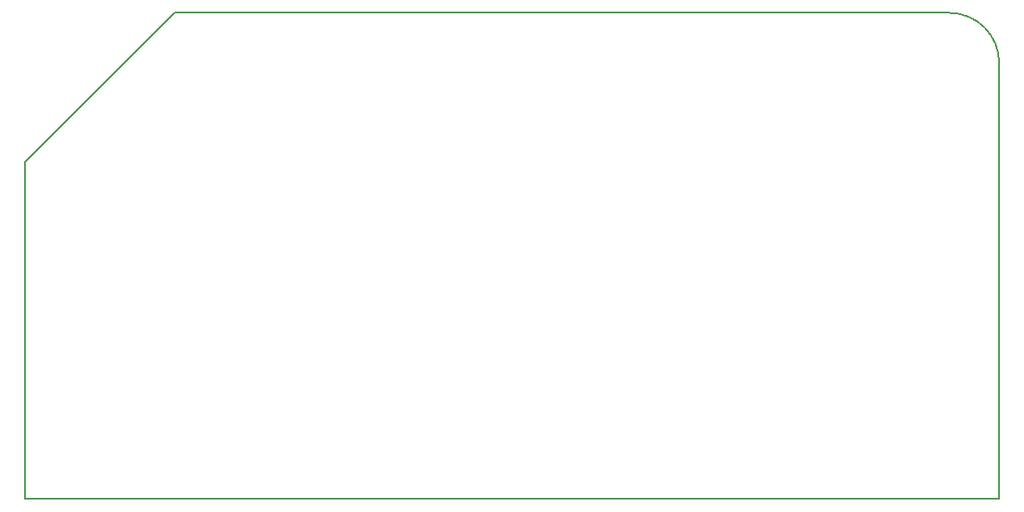
<source format=gbr>
G04 #@! TF.FileFunction,Profile,NP*
%FSLAX46Y46*%
G04 Gerber Fmt 4.6, Leading zero omitted, Abs format (unit mm)*
G04 Created by KiCad (PCBNEW 4.0.6) date Sun Apr  2 22:38:37 2017*
%MOMM*%
%LPD*%
G01*
G04 APERTURE LIST*
%ADD10C,0.100000*%
%ADD11C,0.150000*%
G04 APERTURE END LIST*
D10*
D11*
X160020000Y-119380000D02*
G75*
G03X154940000Y-114300000I-5080000J0D01*
G01*
X60960000Y-129540000D02*
X76200000Y-114300000D01*
X60960000Y-163830000D02*
X160020000Y-163830000D01*
X60960000Y-129540000D02*
X60960000Y-163830000D01*
X154940000Y-114300000D02*
X76200000Y-114300000D01*
X160020000Y-163830000D02*
X160020000Y-119380000D01*
M02*

</source>
